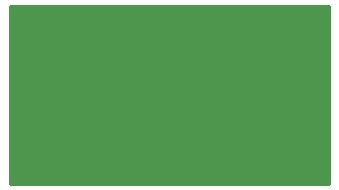
<source format=gbr>
G04 #@! TF.FileFunction,Copper,L2,Bot,Signal*
%FSLAX45Y45*%
G04 Gerber Fmt 4.5, Leading zero omitted, Abs format (unit mm)*
G04 Created by KiCad (PCBNEW 4.0.7) date 02/07/18 19:58:28*
%MOMM*%
%LPD*%
G01*
G04 APERTURE LIST*
%ADD10C,0.100000*%
%ADD11C,0.254000*%
G04 APERTURE END LIST*
D10*
D11*
G36*
X16679000Y-11329000D02*
X13971000Y-11329000D01*
X13971000Y-9821000D01*
X16679000Y-9821000D01*
X16679000Y-11329000D01*
X16679000Y-11329000D01*
G37*
X16679000Y-11329000D02*
X13971000Y-11329000D01*
X13971000Y-9821000D01*
X16679000Y-9821000D01*
X16679000Y-11329000D01*
M02*

</source>
